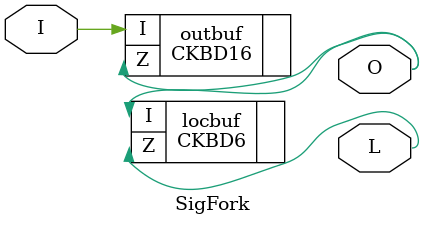
<source format=v>

`ifndef SIG_FORK
`define SIG_FORK

module SigFork (
    input wire I,
    output wire L,
    output wire O
);

CKBD16 outbuf (.I(I), .Z(O));
CKBD6 locbuf (.I(O), .Z(L));

endmodule

`endif
</source>
